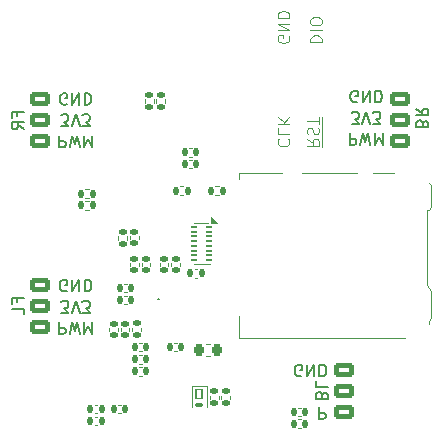
<source format=gbo>
G04 #@! TF.GenerationSoftware,KiCad,Pcbnew,9.0.1*
G04 #@! TF.CreationDate,2025-04-30T23:29:38-04:00*
G04 #@! TF.ProjectId,Control Board V2,436f6e74-726f-46c2-9042-6f6172642056,rev?*
G04 #@! TF.SameCoordinates,Original*
G04 #@! TF.FileFunction,Legend,Bot*
G04 #@! TF.FilePolarity,Positive*
%FSLAX46Y46*%
G04 Gerber Fmt 4.6, Leading zero omitted, Abs format (unit mm)*
G04 Created by KiCad (PCBNEW 9.0.1) date 2025-04-30 23:29:38*
%MOMM*%
%LPD*%
G01*
G04 APERTURE LIST*
G04 Aperture macros list*
%AMRoundRect*
0 Rectangle with rounded corners*
0 $1 Rounding radius*
0 $2 $3 $4 $5 $6 $7 $8 $9 X,Y pos of 4 corners*
0 Add a 4 corners polygon primitive as box body*
4,1,4,$2,$3,$4,$5,$6,$7,$8,$9,$2,$3,0*
0 Add four circle primitives for the rounded corners*
1,1,$1+$1,$2,$3*
1,1,$1+$1,$4,$5*
1,1,$1+$1,$6,$7*
1,1,$1+$1,$8,$9*
0 Add four rect primitives between the rounded corners*
20,1,$1+$1,$2,$3,$4,$5,0*
20,1,$1+$1,$4,$5,$6,$7,0*
20,1,$1+$1,$6,$7,$8,$9,0*
20,1,$1+$1,$8,$9,$2,$3,0*%
G04 Aperture macros list end*
%ADD10C,0.200000*%
%ADD11C,0.125000*%
%ADD12C,0.120000*%
%ADD13C,1.700000*%
%ADD14R,1.700000X1.700000*%
%ADD15C,1.000000*%
%ADD16C,5.500000*%
%ADD17C,0.650000*%
%ADD18O,1.000000X2.100000*%
%ADD19O,1.000000X1.800000*%
%ADD20O,3.000000X3.000000*%
%ADD21RoundRect,0.140000X0.140000X0.170000X-0.140000X0.170000X-0.140000X-0.170000X0.140000X-0.170000X0*%
%ADD22RoundRect,0.200000X-0.650000X-0.400000X0.650000X-0.400000X0.650000X0.400000X-0.650000X0.400000X0*%
%ADD23RoundRect,0.135000X0.185000X-0.135000X0.185000X0.135000X-0.185000X0.135000X-0.185000X-0.135000X0*%
%ADD24RoundRect,0.140000X-0.140000X-0.170000X0.140000X-0.170000X0.140000X0.170000X-0.140000X0.170000X0*%
%ADD25RoundRect,0.050000X-0.200000X0.050000X-0.200000X-0.050000X0.200000X-0.050000X0.200000X0.050000X0*%
%ADD26R,0.400000X0.700000*%
%ADD27RoundRect,0.135000X-0.135000X-0.185000X0.135000X-0.185000X0.135000X0.185000X-0.135000X0.185000X0*%
%ADD28R,1.300000X1.100000*%
%ADD29RoundRect,0.140000X0.170000X-0.140000X0.170000X0.140000X-0.170000X0.140000X-0.170000X-0.140000X0*%
%ADD30RoundRect,0.140000X-0.170000X0.140000X-0.170000X-0.140000X0.170000X-0.140000X0.170000X0.140000X0*%
%ADD31RoundRect,0.135000X-0.185000X0.135000X-0.185000X-0.135000X0.185000X-0.135000X0.185000X0.135000X0*%
%ADD32RoundRect,0.135000X0.135000X0.185000X-0.135000X0.185000X-0.135000X-0.185000X0.135000X-0.185000X0*%
%ADD33RoundRect,0.075000X-0.275000X0.390000X-0.275000X-0.390000X0.275000X-0.390000X0.275000X0.390000X0*%
%ADD34RoundRect,0.075000X-0.275000X0.075000X-0.275000X-0.075000X0.275000X-0.075000X0.275000X0.075000X0*%
%ADD35R,1.200000X0.700000*%
%ADD36R,0.800000X1.000000*%
%ADD37R,2.800000X1.000000*%
%ADD38R,1.200000X1.000000*%
%ADD39R,1.900000X1.300000*%
%ADD40RoundRect,0.218750X-0.218750X-0.256250X0.218750X-0.256250X0.218750X0.256250X-0.218750X0.256250X0*%
G04 APERTURE END LIST*
D10*
X92156590Y-104296993D02*
X92108971Y-104154136D01*
X92108971Y-104154136D02*
X92061352Y-104106517D01*
X92061352Y-104106517D02*
X91966114Y-104058898D01*
X91966114Y-104058898D02*
X91823257Y-104058898D01*
X91823257Y-104058898D02*
X91728019Y-104106517D01*
X91728019Y-104106517D02*
X91680400Y-104154136D01*
X91680400Y-104154136D02*
X91632780Y-104249374D01*
X91632780Y-104249374D02*
X91632780Y-104630326D01*
X91632780Y-104630326D02*
X92632780Y-104630326D01*
X92632780Y-104630326D02*
X92632780Y-104296993D01*
X92632780Y-104296993D02*
X92585161Y-104201755D01*
X92585161Y-104201755D02*
X92537542Y-104154136D01*
X92537542Y-104154136D02*
X92442304Y-104106517D01*
X92442304Y-104106517D02*
X92347066Y-104106517D01*
X92347066Y-104106517D02*
X92251828Y-104154136D01*
X92251828Y-104154136D02*
X92204209Y-104201755D01*
X92204209Y-104201755D02*
X92156590Y-104296993D01*
X92156590Y-104296993D02*
X92156590Y-104630326D01*
X91632780Y-103058898D02*
X92108971Y-103392231D01*
X91632780Y-103630326D02*
X92632780Y-103630326D01*
X92632780Y-103630326D02*
X92632780Y-103249374D01*
X92632780Y-103249374D02*
X92585161Y-103154136D01*
X92585161Y-103154136D02*
X92537542Y-103106517D01*
X92537542Y-103106517D02*
X92442304Y-103058898D01*
X92442304Y-103058898D02*
X92299447Y-103058898D01*
X92299447Y-103058898D02*
X92204209Y-103106517D01*
X92204209Y-103106517D02*
X92156590Y-103154136D01*
X92156590Y-103154136D02*
X92108971Y-103249374D01*
X92108971Y-103249374D02*
X92108971Y-103630326D01*
X83369673Y-128332780D02*
X83369673Y-129332780D01*
X83369673Y-129332780D02*
X83750625Y-129332780D01*
X83750625Y-129332780D02*
X83845863Y-129285161D01*
X83845863Y-129285161D02*
X83893482Y-129237542D01*
X83893482Y-129237542D02*
X83941101Y-129142304D01*
X83941101Y-129142304D02*
X83941101Y-128999447D01*
X83941101Y-128999447D02*
X83893482Y-128904209D01*
X83893482Y-128904209D02*
X83845863Y-128856590D01*
X83845863Y-128856590D02*
X83750625Y-128808971D01*
X83750625Y-128808971D02*
X83369673Y-128808971D01*
X81893482Y-125685161D02*
X81798244Y-125732780D01*
X81798244Y-125732780D02*
X81655387Y-125732780D01*
X81655387Y-125732780D02*
X81512530Y-125685161D01*
X81512530Y-125685161D02*
X81417292Y-125589923D01*
X81417292Y-125589923D02*
X81369673Y-125494685D01*
X81369673Y-125494685D02*
X81322054Y-125304209D01*
X81322054Y-125304209D02*
X81322054Y-125161352D01*
X81322054Y-125161352D02*
X81369673Y-124970876D01*
X81369673Y-124970876D02*
X81417292Y-124875638D01*
X81417292Y-124875638D02*
X81512530Y-124780400D01*
X81512530Y-124780400D02*
X81655387Y-124732780D01*
X81655387Y-124732780D02*
X81750625Y-124732780D01*
X81750625Y-124732780D02*
X81893482Y-124780400D01*
X81893482Y-124780400D02*
X81941101Y-124828019D01*
X81941101Y-124828019D02*
X81941101Y-125161352D01*
X81941101Y-125161352D02*
X81750625Y-125161352D01*
X82369673Y-124732780D02*
X82369673Y-125732780D01*
X82369673Y-125732780D02*
X82941101Y-124732780D01*
X82941101Y-124732780D02*
X82941101Y-125732780D01*
X83417292Y-124732780D02*
X83417292Y-125732780D01*
X83417292Y-125732780D02*
X83655387Y-125732780D01*
X83655387Y-125732780D02*
X83798244Y-125685161D01*
X83798244Y-125685161D02*
X83893482Y-125589923D01*
X83893482Y-125589923D02*
X83941101Y-125494685D01*
X83941101Y-125494685D02*
X83988720Y-125304209D01*
X83988720Y-125304209D02*
X83988720Y-125161352D01*
X83988720Y-125161352D02*
X83941101Y-124970876D01*
X83941101Y-124970876D02*
X83893482Y-124875638D01*
X83893482Y-124875638D02*
X83798244Y-124780400D01*
X83798244Y-124780400D02*
X83655387Y-124732780D01*
X83655387Y-124732780D02*
X83417292Y-124732780D01*
X86136340Y-104332780D02*
X86755387Y-104332780D01*
X86755387Y-104332780D02*
X86422054Y-103951828D01*
X86422054Y-103951828D02*
X86564911Y-103951828D01*
X86564911Y-103951828D02*
X86660149Y-103904209D01*
X86660149Y-103904209D02*
X86707768Y-103856590D01*
X86707768Y-103856590D02*
X86755387Y-103761352D01*
X86755387Y-103761352D02*
X86755387Y-103523257D01*
X86755387Y-103523257D02*
X86707768Y-103428019D01*
X86707768Y-103428019D02*
X86660149Y-103380400D01*
X86660149Y-103380400D02*
X86564911Y-103332780D01*
X86564911Y-103332780D02*
X86279197Y-103332780D01*
X86279197Y-103332780D02*
X86183959Y-103380400D01*
X86183959Y-103380400D02*
X86136340Y-103428019D01*
X87041102Y-104332780D02*
X87374435Y-103332780D01*
X87374435Y-103332780D02*
X87707768Y-104332780D01*
X87945864Y-104332780D02*
X88564911Y-104332780D01*
X88564911Y-104332780D02*
X88231578Y-103951828D01*
X88231578Y-103951828D02*
X88374435Y-103951828D01*
X88374435Y-103951828D02*
X88469673Y-103904209D01*
X88469673Y-103904209D02*
X88517292Y-103856590D01*
X88517292Y-103856590D02*
X88564911Y-103761352D01*
X88564911Y-103761352D02*
X88564911Y-103523257D01*
X88564911Y-103523257D02*
X88517292Y-103428019D01*
X88517292Y-103428019D02*
X88469673Y-103380400D01*
X88469673Y-103380400D02*
X88374435Y-103332780D01*
X88374435Y-103332780D02*
X88088721Y-103332780D01*
X88088721Y-103332780D02*
X87993483Y-103380400D01*
X87993483Y-103380400D02*
X87945864Y-103428019D01*
X86612530Y-102485161D02*
X86517292Y-102532780D01*
X86517292Y-102532780D02*
X86374435Y-102532780D01*
X86374435Y-102532780D02*
X86231578Y-102485161D01*
X86231578Y-102485161D02*
X86136340Y-102389923D01*
X86136340Y-102389923D02*
X86088721Y-102294685D01*
X86088721Y-102294685D02*
X86041102Y-102104209D01*
X86041102Y-102104209D02*
X86041102Y-101961352D01*
X86041102Y-101961352D02*
X86088721Y-101770876D01*
X86088721Y-101770876D02*
X86136340Y-101675638D01*
X86136340Y-101675638D02*
X86231578Y-101580400D01*
X86231578Y-101580400D02*
X86374435Y-101532780D01*
X86374435Y-101532780D02*
X86469673Y-101532780D01*
X86469673Y-101532780D02*
X86612530Y-101580400D01*
X86612530Y-101580400D02*
X86660149Y-101628019D01*
X86660149Y-101628019D02*
X86660149Y-101961352D01*
X86660149Y-101961352D02*
X86469673Y-101961352D01*
X87088721Y-101532780D02*
X87088721Y-102532780D01*
X87088721Y-102532780D02*
X87660149Y-101532780D01*
X87660149Y-101532780D02*
X87660149Y-102532780D01*
X88136340Y-101532780D02*
X88136340Y-102532780D01*
X88136340Y-102532780D02*
X88374435Y-102532780D01*
X88374435Y-102532780D02*
X88517292Y-102485161D01*
X88517292Y-102485161D02*
X88612530Y-102389923D01*
X88612530Y-102389923D02*
X88660149Y-102294685D01*
X88660149Y-102294685D02*
X88707768Y-102104209D01*
X88707768Y-102104209D02*
X88707768Y-101961352D01*
X88707768Y-101961352D02*
X88660149Y-101770876D01*
X88660149Y-101770876D02*
X88612530Y-101675638D01*
X88612530Y-101675638D02*
X88517292Y-101580400D01*
X88517292Y-101580400D02*
X88374435Y-101532780D01*
X88374435Y-101532780D02*
X88136340Y-101532780D01*
X85969673Y-105132780D02*
X85969673Y-106132780D01*
X85969673Y-106132780D02*
X86350625Y-106132780D01*
X86350625Y-106132780D02*
X86445863Y-106085161D01*
X86445863Y-106085161D02*
X86493482Y-106037542D01*
X86493482Y-106037542D02*
X86541101Y-105942304D01*
X86541101Y-105942304D02*
X86541101Y-105799447D01*
X86541101Y-105799447D02*
X86493482Y-105704209D01*
X86493482Y-105704209D02*
X86445863Y-105656590D01*
X86445863Y-105656590D02*
X86350625Y-105608971D01*
X86350625Y-105608971D02*
X85969673Y-105608971D01*
X86874435Y-106132780D02*
X87112530Y-105132780D01*
X87112530Y-105132780D02*
X87303006Y-105847066D01*
X87303006Y-105847066D02*
X87493482Y-105132780D01*
X87493482Y-105132780D02*
X87731578Y-106132780D01*
X88112530Y-105132780D02*
X88112530Y-106132780D01*
X88112530Y-106132780D02*
X88445863Y-105418495D01*
X88445863Y-105418495D02*
X88779196Y-106132780D01*
X88779196Y-106132780D02*
X88779196Y-105132780D01*
X61536340Y-104532780D02*
X62155387Y-104532780D01*
X62155387Y-104532780D02*
X61822054Y-104151828D01*
X61822054Y-104151828D02*
X61964911Y-104151828D01*
X61964911Y-104151828D02*
X62060149Y-104104209D01*
X62060149Y-104104209D02*
X62107768Y-104056590D01*
X62107768Y-104056590D02*
X62155387Y-103961352D01*
X62155387Y-103961352D02*
X62155387Y-103723257D01*
X62155387Y-103723257D02*
X62107768Y-103628019D01*
X62107768Y-103628019D02*
X62060149Y-103580400D01*
X62060149Y-103580400D02*
X61964911Y-103532780D01*
X61964911Y-103532780D02*
X61679197Y-103532780D01*
X61679197Y-103532780D02*
X61583959Y-103580400D01*
X61583959Y-103580400D02*
X61536340Y-103628019D01*
X62441102Y-104532780D02*
X62774435Y-103532780D01*
X62774435Y-103532780D02*
X63107768Y-104532780D01*
X63345864Y-104532780D02*
X63964911Y-104532780D01*
X63964911Y-104532780D02*
X63631578Y-104151828D01*
X63631578Y-104151828D02*
X63774435Y-104151828D01*
X63774435Y-104151828D02*
X63869673Y-104104209D01*
X63869673Y-104104209D02*
X63917292Y-104056590D01*
X63917292Y-104056590D02*
X63964911Y-103961352D01*
X63964911Y-103961352D02*
X63964911Y-103723257D01*
X63964911Y-103723257D02*
X63917292Y-103628019D01*
X63917292Y-103628019D02*
X63869673Y-103580400D01*
X63869673Y-103580400D02*
X63774435Y-103532780D01*
X63774435Y-103532780D02*
X63488721Y-103532780D01*
X63488721Y-103532780D02*
X63393483Y-103580400D01*
X63393483Y-103580400D02*
X63345864Y-103628019D01*
X61369673Y-105332780D02*
X61369673Y-106332780D01*
X61369673Y-106332780D02*
X61750625Y-106332780D01*
X61750625Y-106332780D02*
X61845863Y-106285161D01*
X61845863Y-106285161D02*
X61893482Y-106237542D01*
X61893482Y-106237542D02*
X61941101Y-106142304D01*
X61941101Y-106142304D02*
X61941101Y-105999447D01*
X61941101Y-105999447D02*
X61893482Y-105904209D01*
X61893482Y-105904209D02*
X61845863Y-105856590D01*
X61845863Y-105856590D02*
X61750625Y-105808971D01*
X61750625Y-105808971D02*
X61369673Y-105808971D01*
X62274435Y-106332780D02*
X62512530Y-105332780D01*
X62512530Y-105332780D02*
X62703006Y-106047066D01*
X62703006Y-106047066D02*
X62893482Y-105332780D01*
X62893482Y-105332780D02*
X63131578Y-106332780D01*
X63512530Y-105332780D02*
X63512530Y-106332780D01*
X63512530Y-106332780D02*
X63845863Y-105618495D01*
X63845863Y-105618495D02*
X64179196Y-106332780D01*
X64179196Y-106332780D02*
X64179196Y-105332780D01*
X62012530Y-102685161D02*
X61917292Y-102732780D01*
X61917292Y-102732780D02*
X61774435Y-102732780D01*
X61774435Y-102732780D02*
X61631578Y-102685161D01*
X61631578Y-102685161D02*
X61536340Y-102589923D01*
X61536340Y-102589923D02*
X61488721Y-102494685D01*
X61488721Y-102494685D02*
X61441102Y-102304209D01*
X61441102Y-102304209D02*
X61441102Y-102161352D01*
X61441102Y-102161352D02*
X61488721Y-101970876D01*
X61488721Y-101970876D02*
X61536340Y-101875638D01*
X61536340Y-101875638D02*
X61631578Y-101780400D01*
X61631578Y-101780400D02*
X61774435Y-101732780D01*
X61774435Y-101732780D02*
X61869673Y-101732780D01*
X61869673Y-101732780D02*
X62012530Y-101780400D01*
X62012530Y-101780400D02*
X62060149Y-101828019D01*
X62060149Y-101828019D02*
X62060149Y-102161352D01*
X62060149Y-102161352D02*
X61869673Y-102161352D01*
X62488721Y-101732780D02*
X62488721Y-102732780D01*
X62488721Y-102732780D02*
X63060149Y-101732780D01*
X63060149Y-101732780D02*
X63060149Y-102732780D01*
X63536340Y-101732780D02*
X63536340Y-102732780D01*
X63536340Y-102732780D02*
X63774435Y-102732780D01*
X63774435Y-102732780D02*
X63917292Y-102685161D01*
X63917292Y-102685161D02*
X64012530Y-102589923D01*
X64012530Y-102589923D02*
X64060149Y-102494685D01*
X64060149Y-102494685D02*
X64107768Y-102304209D01*
X64107768Y-102304209D02*
X64107768Y-102161352D01*
X64107768Y-102161352D02*
X64060149Y-101970876D01*
X64060149Y-101970876D02*
X64012530Y-101875638D01*
X64012530Y-101875638D02*
X63917292Y-101780400D01*
X63917292Y-101780400D02*
X63774435Y-101732780D01*
X63774435Y-101732780D02*
X63536340Y-101732780D01*
X61369673Y-121132780D02*
X61369673Y-122132780D01*
X61369673Y-122132780D02*
X61750625Y-122132780D01*
X61750625Y-122132780D02*
X61845863Y-122085161D01*
X61845863Y-122085161D02*
X61893482Y-122037542D01*
X61893482Y-122037542D02*
X61941101Y-121942304D01*
X61941101Y-121942304D02*
X61941101Y-121799447D01*
X61941101Y-121799447D02*
X61893482Y-121704209D01*
X61893482Y-121704209D02*
X61845863Y-121656590D01*
X61845863Y-121656590D02*
X61750625Y-121608971D01*
X61750625Y-121608971D02*
X61369673Y-121608971D01*
X62274435Y-122132780D02*
X62512530Y-121132780D01*
X62512530Y-121132780D02*
X62703006Y-121847066D01*
X62703006Y-121847066D02*
X62893482Y-121132780D01*
X62893482Y-121132780D02*
X63131578Y-122132780D01*
X63512530Y-121132780D02*
X63512530Y-122132780D01*
X63512530Y-122132780D02*
X63845863Y-121418495D01*
X63845863Y-121418495D02*
X64179196Y-122132780D01*
X64179196Y-122132780D02*
X64179196Y-121132780D01*
X61536340Y-120332780D02*
X62155387Y-120332780D01*
X62155387Y-120332780D02*
X61822054Y-119951828D01*
X61822054Y-119951828D02*
X61964911Y-119951828D01*
X61964911Y-119951828D02*
X62060149Y-119904209D01*
X62060149Y-119904209D02*
X62107768Y-119856590D01*
X62107768Y-119856590D02*
X62155387Y-119761352D01*
X62155387Y-119761352D02*
X62155387Y-119523257D01*
X62155387Y-119523257D02*
X62107768Y-119428019D01*
X62107768Y-119428019D02*
X62060149Y-119380400D01*
X62060149Y-119380400D02*
X61964911Y-119332780D01*
X61964911Y-119332780D02*
X61679197Y-119332780D01*
X61679197Y-119332780D02*
X61583959Y-119380400D01*
X61583959Y-119380400D02*
X61536340Y-119428019D01*
X62441102Y-120332780D02*
X62774435Y-119332780D01*
X62774435Y-119332780D02*
X63107768Y-120332780D01*
X63345864Y-120332780D02*
X63964911Y-120332780D01*
X63964911Y-120332780D02*
X63631578Y-119951828D01*
X63631578Y-119951828D02*
X63774435Y-119951828D01*
X63774435Y-119951828D02*
X63869673Y-119904209D01*
X63869673Y-119904209D02*
X63917292Y-119856590D01*
X63917292Y-119856590D02*
X63964911Y-119761352D01*
X63964911Y-119761352D02*
X63964911Y-119523257D01*
X63964911Y-119523257D02*
X63917292Y-119428019D01*
X63917292Y-119428019D02*
X63869673Y-119380400D01*
X63869673Y-119380400D02*
X63774435Y-119332780D01*
X63774435Y-119332780D02*
X63488721Y-119332780D01*
X63488721Y-119332780D02*
X63393483Y-119380400D01*
X63393483Y-119380400D02*
X63345864Y-119428019D01*
X62012530Y-118485161D02*
X61917292Y-118532780D01*
X61917292Y-118532780D02*
X61774435Y-118532780D01*
X61774435Y-118532780D02*
X61631578Y-118485161D01*
X61631578Y-118485161D02*
X61536340Y-118389923D01*
X61536340Y-118389923D02*
X61488721Y-118294685D01*
X61488721Y-118294685D02*
X61441102Y-118104209D01*
X61441102Y-118104209D02*
X61441102Y-117961352D01*
X61441102Y-117961352D02*
X61488721Y-117770876D01*
X61488721Y-117770876D02*
X61536340Y-117675638D01*
X61536340Y-117675638D02*
X61631578Y-117580400D01*
X61631578Y-117580400D02*
X61774435Y-117532780D01*
X61774435Y-117532780D02*
X61869673Y-117532780D01*
X61869673Y-117532780D02*
X62012530Y-117580400D01*
X62012530Y-117580400D02*
X62060149Y-117628019D01*
X62060149Y-117628019D02*
X62060149Y-117961352D01*
X62060149Y-117961352D02*
X61869673Y-117961352D01*
X62488721Y-117532780D02*
X62488721Y-118532780D01*
X62488721Y-118532780D02*
X63060149Y-117532780D01*
X63060149Y-117532780D02*
X63060149Y-118532780D01*
X63536340Y-117532780D02*
X63536340Y-118532780D01*
X63536340Y-118532780D02*
X63774435Y-118532780D01*
X63774435Y-118532780D02*
X63917292Y-118485161D01*
X63917292Y-118485161D02*
X64012530Y-118389923D01*
X64012530Y-118389923D02*
X64060149Y-118294685D01*
X64060149Y-118294685D02*
X64107768Y-118104209D01*
X64107768Y-118104209D02*
X64107768Y-117961352D01*
X64107768Y-117961352D02*
X64060149Y-117770876D01*
X64060149Y-117770876D02*
X64012530Y-117675638D01*
X64012530Y-117675638D02*
X63917292Y-117580400D01*
X63917292Y-117580400D02*
X63774435Y-117532780D01*
X63774435Y-117532780D02*
X63536340Y-117532780D01*
X83656590Y-127296993D02*
X83608971Y-127154136D01*
X83608971Y-127154136D02*
X83561352Y-127106517D01*
X83561352Y-127106517D02*
X83466114Y-127058898D01*
X83466114Y-127058898D02*
X83323257Y-127058898D01*
X83323257Y-127058898D02*
X83228019Y-127106517D01*
X83228019Y-127106517D02*
X83180400Y-127154136D01*
X83180400Y-127154136D02*
X83132780Y-127249374D01*
X83132780Y-127249374D02*
X83132780Y-127630326D01*
X83132780Y-127630326D02*
X84132780Y-127630326D01*
X84132780Y-127630326D02*
X84132780Y-127296993D01*
X84132780Y-127296993D02*
X84085161Y-127201755D01*
X84085161Y-127201755D02*
X84037542Y-127154136D01*
X84037542Y-127154136D02*
X83942304Y-127106517D01*
X83942304Y-127106517D02*
X83847066Y-127106517D01*
X83847066Y-127106517D02*
X83751828Y-127154136D01*
X83751828Y-127154136D02*
X83704209Y-127201755D01*
X83704209Y-127201755D02*
X83656590Y-127296993D01*
X83656590Y-127296993D02*
X83656590Y-127630326D01*
X83132780Y-126154136D02*
X83132780Y-126630326D01*
X83132780Y-126630326D02*
X84132780Y-126630326D01*
D11*
X80831261Y-96905859D02*
X80878880Y-97001097D01*
X80878880Y-97001097D02*
X80878880Y-97143954D01*
X80878880Y-97143954D02*
X80831261Y-97286811D01*
X80831261Y-97286811D02*
X80736023Y-97382049D01*
X80736023Y-97382049D02*
X80640785Y-97429668D01*
X80640785Y-97429668D02*
X80450309Y-97477287D01*
X80450309Y-97477287D02*
X80307452Y-97477287D01*
X80307452Y-97477287D02*
X80116976Y-97429668D01*
X80116976Y-97429668D02*
X80021738Y-97382049D01*
X80021738Y-97382049D02*
X79926500Y-97286811D01*
X79926500Y-97286811D02*
X79878880Y-97143954D01*
X79878880Y-97143954D02*
X79878880Y-97048716D01*
X79878880Y-97048716D02*
X79926500Y-96905859D01*
X79926500Y-96905859D02*
X79974119Y-96858240D01*
X79974119Y-96858240D02*
X80307452Y-96858240D01*
X80307452Y-96858240D02*
X80307452Y-97048716D01*
X79878880Y-96429668D02*
X80878880Y-96429668D01*
X80878880Y-96429668D02*
X79878880Y-95858240D01*
X79878880Y-95858240D02*
X80878880Y-95858240D01*
X79878880Y-95382049D02*
X80878880Y-95382049D01*
X80878880Y-95382049D02*
X80878880Y-95143954D01*
X80878880Y-95143954D02*
X80831261Y-95001097D01*
X80831261Y-95001097D02*
X80736023Y-94905859D01*
X80736023Y-94905859D02*
X80640785Y-94858240D01*
X80640785Y-94858240D02*
X80450309Y-94810621D01*
X80450309Y-94810621D02*
X80307452Y-94810621D01*
X80307452Y-94810621D02*
X80116976Y-94858240D01*
X80116976Y-94858240D02*
X80021738Y-94905859D01*
X80021738Y-94905859D02*
X79926500Y-95001097D01*
X79926500Y-95001097D02*
X79878880Y-95143954D01*
X79878880Y-95143954D02*
X79878880Y-95382049D01*
D10*
X57843409Y-119453006D02*
X57843409Y-119119673D01*
X58367219Y-119119673D02*
X57367219Y-119119673D01*
X57367219Y-119119673D02*
X57367219Y-119595863D01*
X58367219Y-120453006D02*
X58367219Y-119976816D01*
X58367219Y-119976816D02*
X57367219Y-119976816D01*
D11*
X82628880Y-97429668D02*
X83628880Y-97429668D01*
X83628880Y-97429668D02*
X83628880Y-97191573D01*
X83628880Y-97191573D02*
X83581261Y-97048716D01*
X83581261Y-97048716D02*
X83486023Y-96953478D01*
X83486023Y-96953478D02*
X83390785Y-96905859D01*
X83390785Y-96905859D02*
X83200309Y-96858240D01*
X83200309Y-96858240D02*
X83057452Y-96858240D01*
X83057452Y-96858240D02*
X82866976Y-96905859D01*
X82866976Y-96905859D02*
X82771738Y-96953478D01*
X82771738Y-96953478D02*
X82676500Y-97048716D01*
X82676500Y-97048716D02*
X82628880Y-97191573D01*
X82628880Y-97191573D02*
X82628880Y-97429668D01*
X82628880Y-96429668D02*
X83628880Y-96429668D01*
X83628880Y-95763002D02*
X83628880Y-95572526D01*
X83628880Y-95572526D02*
X83581261Y-95477288D01*
X83581261Y-95477288D02*
X83486023Y-95382050D01*
X83486023Y-95382050D02*
X83295547Y-95334431D01*
X83295547Y-95334431D02*
X82962214Y-95334431D01*
X82962214Y-95334431D02*
X82771738Y-95382050D01*
X82771738Y-95382050D02*
X82676500Y-95477288D01*
X82676500Y-95477288D02*
X82628880Y-95572526D01*
X82628880Y-95572526D02*
X82628880Y-95763002D01*
X82628880Y-95763002D02*
X82676500Y-95858240D01*
X82676500Y-95858240D02*
X82771738Y-95953478D01*
X82771738Y-95953478D02*
X82962214Y-96001097D01*
X82962214Y-96001097D02*
X83295547Y-96001097D01*
X83295547Y-96001097D02*
X83486023Y-95953478D01*
X83486023Y-95953478D02*
X83581261Y-95858240D01*
X83581261Y-95858240D02*
X83628880Y-95763002D01*
D10*
X57843409Y-103703006D02*
X57843409Y-103369673D01*
X58367219Y-103369673D02*
X57367219Y-103369673D01*
X57367219Y-103369673D02*
X57367219Y-103845863D01*
X58367219Y-104798244D02*
X57891028Y-104464911D01*
X58367219Y-104226816D02*
X57367219Y-104226816D01*
X57367219Y-104226816D02*
X57367219Y-104607768D01*
X57367219Y-104607768D02*
X57414838Y-104703006D01*
X57414838Y-104703006D02*
X57462457Y-104750625D01*
X57462457Y-104750625D02*
X57557695Y-104798244D01*
X57557695Y-104798244D02*
X57700552Y-104798244D01*
X57700552Y-104798244D02*
X57795790Y-104750625D01*
X57795790Y-104750625D02*
X57843409Y-104703006D01*
X57843409Y-104703006D02*
X57891028Y-104607768D01*
X57891028Y-104607768D02*
X57891028Y-104226816D01*
D11*
X82378880Y-105608240D02*
X82855071Y-105941573D01*
X82378880Y-106179668D02*
X83378880Y-106179668D01*
X83378880Y-106179668D02*
X83378880Y-105798716D01*
X83378880Y-105798716D02*
X83331261Y-105703478D01*
X83331261Y-105703478D02*
X83283642Y-105655859D01*
X83283642Y-105655859D02*
X83188404Y-105608240D01*
X83188404Y-105608240D02*
X83045547Y-105608240D01*
X83045547Y-105608240D02*
X82950309Y-105655859D01*
X82950309Y-105655859D02*
X82902690Y-105703478D01*
X82902690Y-105703478D02*
X82855071Y-105798716D01*
X82855071Y-105798716D02*
X82855071Y-106179668D01*
X82426500Y-105227287D02*
X82378880Y-105084430D01*
X82378880Y-105084430D02*
X82378880Y-104846335D01*
X82378880Y-104846335D02*
X82426500Y-104751097D01*
X82426500Y-104751097D02*
X82474119Y-104703478D01*
X82474119Y-104703478D02*
X82569357Y-104655859D01*
X82569357Y-104655859D02*
X82664595Y-104655859D01*
X82664595Y-104655859D02*
X82759833Y-104703478D01*
X82759833Y-104703478D02*
X82807452Y-104751097D01*
X82807452Y-104751097D02*
X82855071Y-104846335D01*
X82855071Y-104846335D02*
X82902690Y-105036811D01*
X82902690Y-105036811D02*
X82950309Y-105132049D01*
X82950309Y-105132049D02*
X82997928Y-105179668D01*
X82997928Y-105179668D02*
X83093166Y-105227287D01*
X83093166Y-105227287D02*
X83188404Y-105227287D01*
X83188404Y-105227287D02*
X83283642Y-105179668D01*
X83283642Y-105179668D02*
X83331261Y-105132049D01*
X83331261Y-105132049D02*
X83378880Y-105036811D01*
X83378880Y-105036811D02*
X83378880Y-104798716D01*
X83378880Y-104798716D02*
X83331261Y-104655859D01*
X83378880Y-104370144D02*
X83378880Y-103798716D01*
X82378880Y-104084430D02*
X83378880Y-104084430D01*
X83656500Y-106317764D02*
X83656500Y-103803478D01*
X79974119Y-105608240D02*
X79926500Y-105655859D01*
X79926500Y-105655859D02*
X79878880Y-105798716D01*
X79878880Y-105798716D02*
X79878880Y-105893954D01*
X79878880Y-105893954D02*
X79926500Y-106036811D01*
X79926500Y-106036811D02*
X80021738Y-106132049D01*
X80021738Y-106132049D02*
X80116976Y-106179668D01*
X80116976Y-106179668D02*
X80307452Y-106227287D01*
X80307452Y-106227287D02*
X80450309Y-106227287D01*
X80450309Y-106227287D02*
X80640785Y-106179668D01*
X80640785Y-106179668D02*
X80736023Y-106132049D01*
X80736023Y-106132049D02*
X80831261Y-106036811D01*
X80831261Y-106036811D02*
X80878880Y-105893954D01*
X80878880Y-105893954D02*
X80878880Y-105798716D01*
X80878880Y-105798716D02*
X80831261Y-105655859D01*
X80831261Y-105655859D02*
X80783642Y-105608240D01*
X79878880Y-104703478D02*
X79878880Y-105179668D01*
X79878880Y-105179668D02*
X80878880Y-105179668D01*
X79878880Y-104370144D02*
X80878880Y-104370144D01*
X79878880Y-103798716D02*
X80450309Y-104227287D01*
X80878880Y-103798716D02*
X80307452Y-104370144D01*
D12*
G04 #@! TO.C,C11*
X73087836Y-116640000D02*
X72872164Y-116640000D01*
X73087836Y-117360000D02*
X72872164Y-117360000D01*
G04 #@! TO.C,R2*
X67560000Y-121903641D02*
X67560000Y-121596359D01*
X68320000Y-121903641D02*
X68320000Y-121596359D01*
G04 #@! TO.C,C2*
X68162164Y-123920000D02*
X68377836Y-123920000D01*
X68162164Y-124640000D02*
X68377836Y-124640000D01*
G04 #@! TO.C,U5*
X72765000Y-112720000D02*
X73945000Y-112720000D01*
X72775000Y-116240000D02*
X74175000Y-116240000D01*
X74745000Y-112720000D02*
X74265000Y-112720000D01*
X74265000Y-112240000D01*
X74745000Y-112720000D01*
G36*
X74745000Y-112720000D02*
G01*
X74265000Y-112720000D01*
X74265000Y-112240000D01*
X74745000Y-112720000D01*
G37*
G04 #@! TO.C,R18*
X63596359Y-109870000D02*
X63903641Y-109870000D01*
X63596359Y-110630000D02*
X63903641Y-110630000D01*
G04 #@! TO.C,C30*
X81642164Y-129360000D02*
X81857836Y-129360000D01*
X81642164Y-130080000D02*
X81857836Y-130080000D01*
G04 #@! TO.C,C1*
X66607836Y-128140000D02*
X66392164Y-128140000D01*
X66607836Y-128860000D02*
X66392164Y-128860000D01*
D10*
G04 #@! TO.C,Y2*
X69750000Y-119200000D02*
X69750000Y-119200000D01*
X69750000Y-119200000D02*
X69750000Y-119200000D01*
X69850000Y-119200000D02*
X69850000Y-119200000D01*
X69750000Y-119200000D02*
G75*
G02*
X69850000Y-119200000I50000J0D01*
G01*
X69750000Y-119200000D02*
G75*
G02*
X69850000Y-119200000I50000J0D01*
G01*
X69850000Y-119200000D02*
G75*
G02*
X69750000Y-119200000I-50000J0D01*
G01*
D12*
G04 #@! TO.C,C33*
X67390000Y-114087836D02*
X67390000Y-113872164D01*
X68110000Y-114087836D02*
X68110000Y-113872164D01*
G04 #@! TO.C,C25*
X68390000Y-116142164D02*
X68390000Y-116357836D01*
X69110000Y-116142164D02*
X69110000Y-116357836D01*
G04 #@! TO.C,R9*
X75120000Y-127346359D02*
X75120000Y-127653641D01*
X75880000Y-127346359D02*
X75880000Y-127653641D01*
G04 #@! TO.C,C6*
X71357836Y-122890000D02*
X71142164Y-122890000D01*
X71357836Y-123610000D02*
X71142164Y-123610000D01*
G04 #@! TO.C,R7*
X74903641Y-109620000D02*
X74596359Y-109620000D01*
X74903641Y-110380000D02*
X74596359Y-110380000D01*
G04 #@! TO.C,C5*
X68162164Y-122890000D02*
X68377836Y-122890000D01*
X68162164Y-123610000D02*
X68377836Y-123610000D01*
G04 #@! TO.C,C8*
X66892164Y-118890000D02*
X67107836Y-118890000D01*
X66892164Y-119610000D02*
X67107836Y-119610000D01*
G04 #@! TO.C,C35*
X66580000Y-121857836D02*
X66580000Y-121642164D01*
X67300000Y-121857836D02*
X67300000Y-121642164D01*
G04 #@! TO.C,R19*
X63596359Y-110870000D02*
X63903641Y-110870000D01*
X63596359Y-111630000D02*
X63903641Y-111630000D01*
G04 #@! TO.C,C16*
X69890000Y-116377836D02*
X69890000Y-116162164D01*
X70610000Y-116377836D02*
X70610000Y-116162164D01*
G04 #@! TO.C,D5*
X72640000Y-126520000D02*
X73860000Y-126520000D01*
X72640000Y-128335000D02*
X72640000Y-126520000D01*
X73860000Y-126520000D02*
X73860000Y-128335000D01*
G04 #@! TO.C,C7*
X68162164Y-124950000D02*
X68377836Y-124950000D01*
X68162164Y-125670000D02*
X68377836Y-125670000D01*
G04 #@! TO.C,R22*
X66370000Y-114153641D02*
X66370000Y-113846359D01*
X67130000Y-114153641D02*
X67130000Y-113846359D01*
G04 #@! TO.C,R21*
X69380000Y-102246359D02*
X69380000Y-102553641D01*
X68620000Y-102246359D02*
X68620000Y-102553641D01*
G04 #@! TO.C,C3*
X64607836Y-128140000D02*
X64392164Y-128140000D01*
X64607836Y-128860000D02*
X64392164Y-128860000D01*
G04 #@! TO.C,C4*
X64607836Y-129140000D02*
X64392164Y-129140000D01*
X64607836Y-129860000D02*
X64392164Y-129860000D01*
G04 #@! TO.C,C31*
X81642164Y-128390000D02*
X81857836Y-128390000D01*
X81642164Y-129110000D02*
X81857836Y-129110000D01*
G04 #@! TO.C,C23*
X72392164Y-106390000D02*
X72607836Y-106390000D01*
X72392164Y-107110000D02*
X72607836Y-107110000D01*
G04 #@! TO.C,J2*
X76615000Y-108525000D02*
X80225000Y-108525000D01*
X76615000Y-108975000D02*
X76615000Y-108525000D01*
X76615000Y-120575000D02*
X76615000Y-122495000D01*
X76615000Y-122495000D02*
X90625000Y-122495000D01*
X81925000Y-108525000D02*
X86625000Y-108525000D01*
X87925000Y-108525000D02*
X89725000Y-108525000D01*
X92535000Y-111625000D02*
X92535000Y-117995000D01*
X92535000Y-111625000D02*
X92685000Y-111625000D01*
X92685000Y-121015000D02*
X92685000Y-121275000D01*
X92885000Y-109555000D02*
X92685000Y-109355000D01*
X92885000Y-109555000D02*
X92885000Y-111415000D01*
X92885000Y-111415000D02*
X92685000Y-111625000D01*
X92885000Y-118505000D02*
X92535000Y-117995000D01*
X92885000Y-120815000D02*
X92685000Y-121015000D01*
X92885000Y-120815000D02*
X92885000Y-118505000D01*
G04 #@! TO.C,R20*
X70380000Y-102246359D02*
X70380000Y-102553641D01*
X69620000Y-102246359D02*
X69620000Y-102553641D01*
G04 #@! TO.C,C17*
X70890000Y-116357836D02*
X70890000Y-116142164D01*
X71610000Y-116357836D02*
X71610000Y-116142164D01*
G04 #@! TO.C,C22*
X72392164Y-107390000D02*
X72607836Y-107390000D01*
X72392164Y-108110000D02*
X72607836Y-108110000D01*
G04 #@! TO.C,FB1*
X73837221Y-122990000D02*
X74162779Y-122990000D01*
X73837221Y-124010000D02*
X74162779Y-124010000D01*
G04 #@! TO.C,C36*
X65640000Y-121857836D02*
X65640000Y-121642164D01*
X66360000Y-121857836D02*
X66360000Y-121642164D01*
G04 #@! TO.C,R6*
X71903641Y-109620000D02*
X71596359Y-109620000D01*
X71903641Y-110380000D02*
X71596359Y-110380000D01*
G04 #@! TO.C,C9*
X66892164Y-117890000D02*
X67107836Y-117890000D01*
X66892164Y-118610000D02*
X67107836Y-118610000D01*
G04 #@! TO.C,C24*
X67390000Y-116142164D02*
X67390000Y-116357836D01*
X68110000Y-116142164D02*
X68110000Y-116357836D01*
G04 #@! TO.C,R8*
X74120000Y-127346359D02*
X74120000Y-127653641D01*
X74880000Y-127346359D02*
X74880000Y-127653641D01*
G04 #@! TD*
%LPC*%
D13*
G04 #@! TO.C,J1*
X83000000Y-99460000D03*
X83000000Y-102000000D03*
X80460000Y-102000000D03*
D14*
X80460000Y-99460000D03*
G04 #@! TD*
D15*
G04 #@! TO.C,TP4*
X68500000Y-129000000D03*
G04 #@! TD*
G04 #@! TO.C,TP3*
X81500000Y-127250000D03*
G04 #@! TD*
D16*
G04 #@! TO.C,H2*
X60000000Y-97000000D03*
G04 #@! TD*
G04 #@! TO.C,H1*
X90000000Y-127000000D03*
G04 #@! TD*
D15*
G04 #@! TO.C,TP2*
X77500000Y-101750000D03*
G04 #@! TD*
G04 #@! TO.C,TP1*
X72000000Y-101400000D03*
G04 #@! TD*
D17*
G04 #@! TO.C,J35*
X72110000Y-125395000D03*
X77890000Y-125395000D03*
D18*
X70680000Y-124875000D03*
D19*
X70680000Y-129075000D03*
D18*
X79320000Y-124875000D03*
D19*
X79320000Y-129075000D03*
G04 #@! TD*
D16*
G04 #@! TO.C,H4*
X90000000Y-97000000D03*
G04 #@! TD*
D20*
G04 #@! TO.C,BT1*
X72968000Y-95500000D03*
X77032000Y-95500000D03*
G04 #@! TD*
D16*
G04 #@! TO.C,H3*
X60000000Y-127000000D03*
G04 #@! TD*
D21*
G04 #@! TO.C,C11*
X73460000Y-117000000D03*
X72500000Y-117000000D03*
G04 #@! TD*
D22*
G04 #@! TO.C,J30*
X59750000Y-121556000D03*
X59750000Y-119778000D03*
X59750000Y-118000000D03*
G04 #@! TD*
D23*
G04 #@! TO.C,R2*
X67940000Y-122260000D03*
X67940000Y-121240000D03*
G04 #@! TD*
D24*
G04 #@! TO.C,C2*
X67790000Y-124280000D03*
X68750000Y-124280000D03*
G04 #@! TD*
D22*
G04 #@! TO.C,J32*
X59750000Y-105778000D03*
X59750000Y-104000000D03*
X59750000Y-102222000D03*
G04 #@! TD*
D25*
G04 #@! TO.C,U5*
X74090000Y-113080000D03*
X74090000Y-113480000D03*
X74090000Y-113880000D03*
X74090000Y-114280000D03*
X74090000Y-114680000D03*
X74090000Y-115080000D03*
X74090000Y-115480000D03*
X74090000Y-115880000D03*
X72840000Y-115880000D03*
X72840000Y-115480000D03*
X72840000Y-115080000D03*
X72840000Y-114680000D03*
X72840000Y-114280000D03*
X72840000Y-113880000D03*
X72840000Y-113480000D03*
X72840000Y-113080000D03*
D26*
X73465000Y-115530000D03*
X73465000Y-114830000D03*
X73465000Y-114130000D03*
X73465000Y-113430000D03*
G04 #@! TD*
D27*
G04 #@! TO.C,R18*
X63240000Y-110250000D03*
X64260000Y-110250000D03*
G04 #@! TD*
D24*
G04 #@! TO.C,C30*
X81270000Y-129720000D03*
X82230000Y-129720000D03*
G04 #@! TD*
D21*
G04 #@! TO.C,C1*
X66980000Y-128500000D03*
X66020000Y-128500000D03*
G04 #@! TD*
D28*
G04 #@! TO.C,Y2*
X71500000Y-119200000D03*
X73800000Y-119200000D03*
X73800000Y-121000000D03*
X71500000Y-121000000D03*
G04 #@! TD*
D29*
G04 #@! TO.C,C33*
X67750000Y-114460000D03*
X67750000Y-113500000D03*
G04 #@! TD*
D30*
G04 #@! TO.C,C25*
X68750000Y-115770000D03*
X68750000Y-116730000D03*
G04 #@! TD*
D31*
G04 #@! TO.C,R9*
X75500000Y-126990000D03*
X75500000Y-128010000D03*
G04 #@! TD*
D21*
G04 #@! TO.C,C6*
X71730000Y-123250000D03*
X70770000Y-123250000D03*
G04 #@! TD*
D32*
G04 #@! TO.C,R7*
X75260000Y-110000000D03*
X74240000Y-110000000D03*
G04 #@! TD*
D24*
G04 #@! TO.C,C5*
X67790000Y-123250000D03*
X68750000Y-123250000D03*
G04 #@! TD*
D22*
G04 #@! TO.C,J31*
X85500000Y-128778000D03*
X85500000Y-127000000D03*
X85500000Y-125222000D03*
G04 #@! TD*
D24*
G04 #@! TO.C,C8*
X66520000Y-119250000D03*
X67480000Y-119250000D03*
G04 #@! TD*
D29*
G04 #@! TO.C,C35*
X66940000Y-122230000D03*
X66940000Y-121270000D03*
G04 #@! TD*
D27*
G04 #@! TO.C,R19*
X63240000Y-111250000D03*
X64260000Y-111250000D03*
G04 #@! TD*
D22*
G04 #@! TO.C,J33*
X90250000Y-105806000D03*
X90250000Y-104028000D03*
X90250000Y-102250000D03*
G04 #@! TD*
D29*
G04 #@! TO.C,C16*
X70250000Y-116750000D03*
X70250000Y-115790000D03*
G04 #@! TD*
D33*
G04 #@! TO.C,D5*
X73250000Y-127250000D03*
D34*
X73250000Y-128135000D03*
G04 #@! TD*
D24*
G04 #@! TO.C,C7*
X67790000Y-125310000D03*
X68750000Y-125310000D03*
G04 #@! TD*
D23*
G04 #@! TO.C,R22*
X66750000Y-114510000D03*
X66750000Y-113490000D03*
G04 #@! TD*
D31*
G04 #@! TO.C,R21*
X69000000Y-101890000D03*
X69000000Y-102910000D03*
G04 #@! TD*
D21*
G04 #@! TO.C,C3*
X64980000Y-128500000D03*
X64020000Y-128500000D03*
G04 #@! TD*
G04 #@! TO.C,C4*
X64980000Y-129500000D03*
X64020000Y-129500000D03*
G04 #@! TD*
D24*
G04 #@! TO.C,C31*
X81270000Y-128750000D03*
X82230000Y-128750000D03*
G04 #@! TD*
G04 #@! TO.C,C23*
X72020000Y-106750000D03*
X72980000Y-106750000D03*
G04 #@! TD*
D35*
G04 #@! TO.C,J2*
X76775000Y-118275000D03*
X76775000Y-117175000D03*
X76775000Y-116075000D03*
X76775000Y-114975000D03*
X76775000Y-113875000D03*
X76775000Y-112775000D03*
X76775000Y-111675000D03*
X76775000Y-110575000D03*
X76775000Y-109625000D03*
D36*
X87275000Y-108675000D03*
D37*
X91425000Y-108675000D03*
D38*
X81075000Y-108675000D03*
X76775000Y-119825000D03*
D39*
X91875000Y-122175000D03*
G04 #@! TD*
D31*
G04 #@! TO.C,R20*
X70000000Y-101890000D03*
X70000000Y-102910000D03*
G04 #@! TD*
D29*
G04 #@! TO.C,C17*
X71250000Y-116730000D03*
X71250000Y-115770000D03*
G04 #@! TD*
D24*
G04 #@! TO.C,C22*
X72020000Y-107750000D03*
X72980000Y-107750000D03*
G04 #@! TD*
D40*
G04 #@! TO.C,FB1*
X73212500Y-123500000D03*
X74787500Y-123500000D03*
G04 #@! TD*
D29*
G04 #@! TO.C,C36*
X66000000Y-122230000D03*
X66000000Y-121270000D03*
G04 #@! TD*
D32*
G04 #@! TO.C,R6*
X72260000Y-110000000D03*
X71240000Y-110000000D03*
G04 #@! TD*
D24*
G04 #@! TO.C,C9*
X66520000Y-118250000D03*
X67480000Y-118250000D03*
G04 #@! TD*
D30*
G04 #@! TO.C,C24*
X67750000Y-115770000D03*
X67750000Y-116730000D03*
G04 #@! TD*
D31*
G04 #@! TO.C,R8*
X74500000Y-126990000D03*
X74500000Y-128010000D03*
G04 #@! TD*
%LPD*%
M02*

</source>
